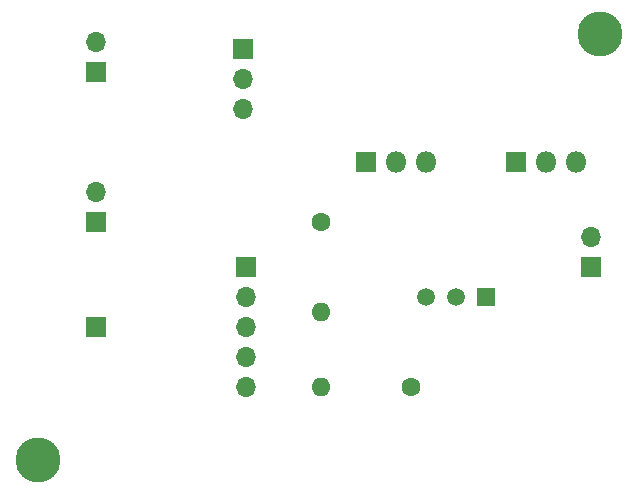
<source format=gbr>
G04 #@! TF.GenerationSoftware,KiCad,Pcbnew,5.0.0-fee4fd1~65~ubuntu17.10.1*
G04 #@! TF.CreationDate,2019-01-01T18:46:40-05:00*
G04 #@! TF.ProjectId,resetter,72657365747465722E6B696361645F70,rev?*
G04 #@! TF.SameCoordinates,Original*
G04 #@! TF.FileFunction,Copper,L1,Top,Signal*
G04 #@! TF.FilePolarity,Positive*
%FSLAX46Y46*%
G04 Gerber Fmt 4.6, Leading zero omitted, Abs format (unit mm)*
G04 Created by KiCad (PCBNEW 5.0.0-fee4fd1~65~ubuntu17.10.1) date Tue Jan  1 18:46:40 2019*
%MOMM*%
%LPD*%
G01*
G04 APERTURE LIST*
G04 #@! TA.AperFunction,ComponentPad*
%ADD10O,1.700000X1.700000*%
G04 #@! TD*
G04 #@! TA.AperFunction,ComponentPad*
%ADD11R,1.700000X1.700000*%
G04 #@! TD*
G04 #@! TA.AperFunction,ComponentPad*
%ADD12O,1.800000X1.800000*%
G04 #@! TD*
G04 #@! TA.AperFunction,ComponentPad*
%ADD13R,1.800000X1.800000*%
G04 #@! TD*
G04 #@! TA.AperFunction,ComponentPad*
%ADD14O,1.600000X1.600000*%
G04 #@! TD*
G04 #@! TA.AperFunction,ComponentPad*
%ADD15C,1.600000*%
G04 #@! TD*
G04 #@! TA.AperFunction,ComponentPad*
%ADD16R,1.520000X1.520000*%
G04 #@! TD*
G04 #@! TA.AperFunction,ComponentPad*
%ADD17C,1.520000*%
G04 #@! TD*
G04 #@! TA.AperFunction,ViaPad*
%ADD18C,3.810000*%
G04 #@! TD*
G04 APERTURE END LIST*
D10*
G04 #@! TO.P,J1,2*
G04 #@! TO.N,GND*
X56515000Y-46037500D03*
D11*
G04 #@! TO.P,J1,1*
G04 #@! TO.N,Net-(J1-Pad1)*
X56515000Y-48577500D03*
G04 #@! TD*
G04 #@! TO.P,J2,1*
G04 #@! TO.N,Net-(J2-Pad1)*
X56515000Y-57467500D03*
G04 #@! TD*
G04 #@! TO.P,J3,1*
G04 #@! TO.N,GND*
X98425000Y-52387500D03*
D10*
G04 #@! TO.P,J3,2*
G04 #@! TO.N,Net-(J3-Pad2)*
X98425000Y-49847500D03*
G04 #@! TD*
G04 #@! TO.P,J4,2*
G04 #@! TO.N,Net-(J4-Pad2)*
X56515000Y-33337500D03*
D11*
G04 #@! TO.P,J4,1*
G04 #@! TO.N,GND*
X56515000Y-35877500D03*
G04 #@! TD*
D12*
G04 #@! TO.P,Q2,3*
G04 #@! TO.N,Net-(Q2-Pad3)*
X84455000Y-43497500D03*
G04 #@! TO.P,Q2,2*
G04 #@! TO.N,Net-(J4-Pad2)*
X81915000Y-43497500D03*
D13*
G04 #@! TO.P,Q2,1*
G04 #@! TO.N,Net-(Q1-Pad3)*
X79375000Y-43497500D03*
G04 #@! TD*
G04 #@! TO.P,Q3,1*
G04 #@! TO.N,Net-(Q1-Pad3)*
X92075000Y-43497500D03*
D12*
G04 #@! TO.P,Q3,2*
G04 #@! TO.N,Net-(J3-Pad2)*
X94615000Y-43497500D03*
G04 #@! TO.P,Q3,3*
G04 #@! TO.N,Net-(Q2-Pad3)*
X97155000Y-43497500D03*
G04 #@! TD*
D14*
G04 #@! TO.P,R1,2*
G04 #@! TO.N,Net-(R1-Pad2)*
X75565000Y-62547500D03*
D15*
G04 #@! TO.P,R1,1*
G04 #@! TO.N,Net-(Q1-Pad2)*
X83185000Y-62547500D03*
G04 #@! TD*
G04 #@! TO.P,R2,1*
G04 #@! TO.N,Net-(J4-Pad2)*
X75565000Y-48577500D03*
D14*
G04 #@! TO.P,R2,2*
G04 #@! TO.N,Net-(Q1-Pad3)*
X75565000Y-56197500D03*
G04 #@! TD*
D10*
G04 #@! TO.P,U1,3*
G04 #@! TO.N,Net-(U1-Pad3)*
X68961000Y-38989000D03*
G04 #@! TO.P,U1,2*
G04 #@! TO.N,GND*
X68961000Y-36449000D03*
D11*
G04 #@! TO.P,U1,1*
G04 #@! TO.N,Net-(J4-Pad2)*
X68961000Y-33909000D03*
G04 #@! TD*
D10*
G04 #@! TO.P,U2,5*
G04 #@! TO.N,Net-(J2-Pad1)*
X69215000Y-62547500D03*
G04 #@! TO.P,U2,4*
G04 #@! TO.N,Net-(R1-Pad2)*
X69215000Y-60007500D03*
G04 #@! TO.P,U2,3*
G04 #@! TO.N,Net-(J1-Pad1)*
X69215000Y-57467500D03*
G04 #@! TO.P,U2,2*
G04 #@! TO.N,GND*
X69215000Y-54927500D03*
D11*
G04 #@! TO.P,U2,1*
G04 #@! TO.N,Net-(U1-Pad3)*
X69215000Y-52387500D03*
G04 #@! TD*
D16*
G04 #@! TO.P,Q1,1*
G04 #@! TO.N,GND*
X89535000Y-54927500D03*
D17*
G04 #@! TO.P,Q1,3*
G04 #@! TO.N,Net-(Q1-Pad3)*
X84455000Y-54927500D03*
G04 #@! TO.P,Q1,2*
G04 #@! TO.N,Net-(Q1-Pad2)*
X86995000Y-54927500D03*
G04 #@! TD*
D18*
G04 #@! TO.N,*
X99187000Y-32639000D03*
X51562000Y-68707000D03*
G04 #@! TD*
M02*

</source>
